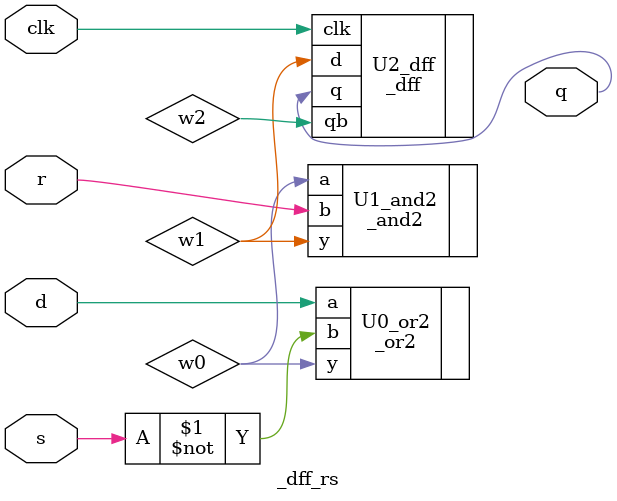
<source format=v>
module _dff_rs(clk,s,r,d,q); //Synchronous set/resettable D flip-flop
	input clk,s,r,d;				// active-low
	output q;
	wire w0,w1,w2;
	
	_or2 U0_or2(.a(d),.b(~s),.y(w0));	//set signal
	_and2 U1_and2(.a(w0),.b(r),.y(w1));	//reset signal
	_dff U2_dff(.clk(clk),.d(w1),.q(q),.qb(w2));
	
endmodule
</source>
